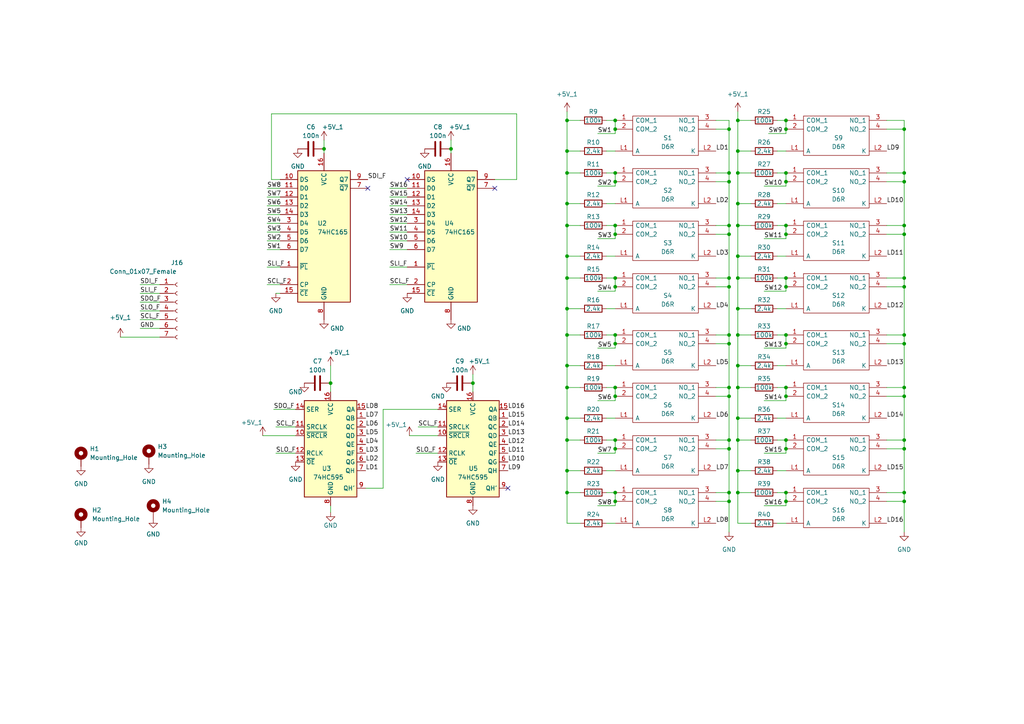
<source format=kicad_sch>
(kicad_sch (version 20211123) (generator eeschema)
  (paper "A4")
  (lib_symbols
    (symbol "74xx:74HC165"
      (property "Reference" "U" (at -7.62 19.05 0))
      (property "Value" "74HC165" (at -7.62 -21.59 0))
      (symbol "74HC165_1_0"
        (pin input line (at -12.7 -10.16 0) (length 5.08) (name "~{PL}") (number "1"))
        (pin input line (at -12.7 15.24 0) (length 5.08) (name "DS") (number "10"))
        (pin input line (at -12.7 12.7 0) (length 5.08) (name "D0") (number "11"))
        (pin input line (at -12.7 10.16 0) (length 5.08) (name "D1") (number "12"))
        (pin input line (at -12.7 7.62 0) (length 5.08) (name "D2") (number "13"))
        (pin input line (at -12.7 5.08 0) (length 5.08) (name "D3") (number "14"))
        (pin input line (at -12.7 -17.78 0) (length 5.08) (name "~{CE}") (number "15"))
        (pin power_in line (at 0 22.86 270) (length 5.08) (name "VCC") (number "16"))
        (pin input line (at -12.7 -15.24 0) (length 5.08) (name "CP") (number "2"))
        (pin input line (at -12.7 2.54 0) (length 5.08) (name "D4") (number "3"))
        (pin input line (at -12.7 0 0) (length 5.08) (name "D5") (number "4"))
        (pin input line (at -12.7 -2.54 0) (length 5.08) (name "D6") (number "5"))
        (pin input line (at -12.7 -5.08 0) (length 5.08) (name "D7") (number "6"))
        (pin output line (at 12.7 12.7 180) (length 5.08) (name "~{Q7}") (number "7"))
        (pin power_in line (at 0 -25.4 90) (length 5.08) (name "GND") (number "8"))
        (pin output line (at 12.7 15.24 180) (length 5.08) (name "Q7") (number "9"))
      )
    )
    (symbol "74xx:74HC595"
      (property "Reference" "U" (at -7.62 13.97 0))
      (property "Value" "74HC595" (at -7.62 -16.51 0))
      (symbol "74HC595_1_0"
        (pin tri_state line (at 10.16 7.62 180) (length 2.54) (name "QB") (number "1"))
        (pin input line (at -10.16 2.54 0) (length 2.54) (name "~{SRCLR}") (number "10"))
        (pin input line (at -10.16 5.08 0) (length 2.54) (name "SRCLK") (number "11"))
        (pin input line (at -10.16 -2.54 0) (length 2.54) (name "RCLK") (number "12"))
        (pin input line (at -10.16 -5.08 0) (length 2.54) (name "~{OE}") (number "13"))
        (pin input line (at -10.16 10.16 0) (length 2.54) (name "SER") (number "14"))
        (pin tri_state line (at 10.16 10.16 180) (length 2.54) (name "QA") (number "15"))
        (pin power_in line (at 0 15.24 270) (length 2.54) (name "VCC") (number "16"))
        (pin tri_state line (at 10.16 5.08 180) (length 2.54) (name "QC") (number "2"))
        (pin tri_state line (at 10.16 2.54 180) (length 2.54) (name "QD") (number "3"))
        (pin tri_state line (at 10.16 0 180) (length 2.54) (name "QE") (number "4"))
        (pin tri_state line (at 10.16 -2.54 180) (length 2.54) (name "QF") (number "5"))
        (pin tri_state line (at 10.16 -5.08 180) (length 2.54) (name "QG") (number "6"))
        (pin tri_state line (at 10.16 -7.62 180) (length 2.54) (name "QH") (number "7"))
        (pin power_in line (at 0 -17.78 90) (length 2.54) (name "GND") (number "8"))
        (pin output line (at 10.16 -12.7 180) (length 2.54) (name "QH'") (number "9"))
      )
    )
    (symbol "Connector:Conn_01x07_Female" (pin_names (offset 1.016) hide)
      (property "Reference" "J" (at 0 10.16 0))
      (property "Value" "Conn_01x07_Female" (at 0 -10.16 0))
      (symbol "Conn_01x07_Female_1_1"
        (pin passive line (at -5.08 7.62 0) (length 3.81) (name "Pin_1") (number "1"))
        (pin passive line (at -5.08 5.08 0) (length 3.81) (name "Pin_2") (number "2"))
        (pin passive line (at -5.08 2.54 0) (length 3.81) (name "Pin_3") (number "3"))
        (pin passive line (at -5.08 0 0) (length 3.81) (name "Pin_4") (number "4"))
        (pin passive line (at -5.08 -2.54 0) (length 3.81) (name "Pin_5") (number "5"))
        (pin passive line (at -5.08 -5.08 0) (length 3.81) (name "Pin_6") (number "6"))
        (pin passive line (at -5.08 -7.62 0) (length 3.81) (name "Pin_7") (number "7"))
      )
    )
    (symbol "Kosmo:Mounting_Hole" (pin_numbers hide) (pin_names (offset 1.016) hide)
      (property "Reference" "H" (at 0 6.35 0))
      (property "Value" "Mounting_Hole" (at 0 4.445 0))
      (symbol "Mounting_Hole_1_1"
        (pin input line (at 0 -2.54 90) (length 2.54) (name "1") (number "1"))
      )
    )
    (symbol "ao_symbols:+5V_1" (power) (pin_names (offset 0))
      (property "Value" "+5V_1" (at 0 3.556 0))
      (symbol "+5V_1_1_1"
        (pin power_in line (at 0 0 90) (length 0) hide (name "+5V_1") (number "1"))
      )
    )
    (symbol "ao_symbols:C" (pin_numbers hide) (pin_names (offset 0.254))
      (property "Reference" "C" (at 0.635 2.54 0))
      (property "Value" "C" (at 0.635 -2.54 0))
      (symbol "C_1_1"
        (pin passive line (at 0 3.81 270) (length 2.794) (name "~") (number "1"))
        (pin passive line (at 0 -3.81 90) (length 2.794) (name "~") (number "2"))
      )
    )
    (symbol "ao_symbols:D6R" (pin_names (offset 0.762))
      (property "Reference" "S" (at 13.97 6.35 0))
      (property "Value" "D6R" (at 12.7 3.81 0))
      (symbol "D6R_0_0"
        (pin passive line (at 0 11.43 0) (length 5.08) (name "COM_1") (number "1"))
        (pin passive line (at 0 8.89 0) (length 5.08) (name "COM_2") (number "2"))
        (pin passive line (at 29.21 11.43 180) (length 5.08) (name "NO_1") (number "3"))
        (pin passive line (at 29.21 8.89 180) (length 5.08) (name "NO_2") (number "4"))
        (pin passive line (at 0 2.54 0) (length 5.08) (name "A") (number "L1"))
        (pin passive line (at 29.21 2.54 180) (length 5.08) (name "K") (number "L2"))
      )
    )
    (symbol "ao_symbols:R" (pin_numbers hide) (pin_names (offset 0))
      (property "Reference" "R" (at 2.032 0 90))
      (property "Value" "R" (at 0 0 90))
      (symbol "R_1_1"
        (pin passive line (at 0 3.81 270) (length 1.27) (name "~") (number "1"))
        (pin passive line (at 0 -3.81 90) (length 1.27) (name "~") (number "2"))
      )
    )
    (symbol "power:GND" (power) (pin_names (offset 0))
      (property "Value" "GND" (at 0 -3.81 0))
      (symbol "GND_1_1"
        (pin power_in line (at 0 0 270) (length 0) hide (name "GND") (number "1"))
      )
    )
  )
  (junction (at 227.965 83.185))
  (junction (at 211.455 99.695))
  (junction (at 262.255 145.415))
  (junction (at 164.465 112.395))
  (junction (at 211.455 80.645))
  (junction (at 213.995 65.405))
  (junction (at 211.455 112.395))
  (junction (at 164.465 43.815))
  (junction (at 178.435 97.155))
  (junction (at 178.435 52.705))
  (junction (at 213.995 89.535))
  (junction (at 164.465 127.635))
  (junction (at 227.965 65.405))
  (junction (at 164.465 89.535))
  (junction (at 178.435 34.925))
  (junction (at 211.455 65.405))
  (junction (at 178.435 83.185))
  (junction (at 227.965 114.935))
  (junction (at 178.435 114.935))
  (junction (at 213.995 34.925))
  (junction (at 164.465 142.875))
  (junction (at 227.965 37.465))
  (junction (at 227.965 97.155))
  (junction (at 178.435 80.645))
  (junction (at 164.465 74.295))
  (junction (at 164.465 65.405))
  (junction (at 262.255 112.395))
  (junction (at 164.465 59.055))
  (junction (at 164.465 97.155))
  (junction (at 213.995 80.645))
  (junction (at 213.995 43.815))
  (junction (at 227.965 80.645))
  (junction (at 262.255 127.635))
  (junction (at 178.435 65.405))
  (junction (at 262.255 99.695))
  (junction (at 178.435 37.465))
  (junction (at 262.255 65.405))
  (junction (at 227.965 50.165))
  (junction (at 178.435 112.395))
  (junction (at 211.455 50.165))
  (junction (at 262.255 97.155))
  (junction (at 213.995 112.395))
  (junction (at 164.465 121.285))
  (junction (at 211.455 130.175))
  (junction (at 262.255 50.165))
  (junction (at 178.435 67.945))
  (junction (at 178.435 142.875))
  (junction (at 178.435 127.635))
  (junction (at 213.995 106.045))
  (junction (at 213.995 59.055))
  (junction (at 227.965 99.695))
  (junction (at 213.995 121.285))
  (junction (at 164.465 50.165))
  (junction (at 164.465 80.645))
  (junction (at 227.965 145.415))
  (junction (at 211.455 83.185))
  (junction (at 137.16 111.125))
  (junction (at 211.455 127.635))
  (junction (at 227.965 142.875))
  (junction (at 262.255 67.945))
  (junction (at 262.255 130.175))
  (junction (at 227.965 52.705))
  (junction (at 227.965 130.175))
  (junction (at 262.255 37.465))
  (junction (at 211.455 142.875))
  (junction (at 211.455 52.705))
  (junction (at 213.995 127.635))
  (junction (at 211.455 145.415))
  (junction (at 178.435 130.175))
  (junction (at 164.465 34.925))
  (junction (at 262.255 52.705))
  (junction (at 211.455 114.935))
  (junction (at 93.98 43.18))
  (junction (at 178.435 145.415))
  (junction (at 211.455 37.465))
  (junction (at 213.995 142.875))
  (junction (at 213.995 74.295))
  (junction (at 213.995 97.155))
  (junction (at 262.255 83.185))
  (junction (at 262.255 142.875))
  (junction (at 262.255 114.935))
  (junction (at 213.995 50.165))
  (junction (at 227.965 34.925))
  (junction (at 178.435 99.695))
  (junction (at 178.435 50.165))
  (junction (at 211.455 67.945))
  (junction (at 164.465 136.525))
  (junction (at 130.81 43.18))
  (junction (at 227.965 127.635))
  (junction (at 211.455 97.155))
  (junction (at 213.995 136.525))
  (junction (at 95.885 111.125))
  (junction (at 227.965 112.395))
  (junction (at 262.255 80.645))
  (junction (at 164.465 106.045))
  (junction (at 227.965 67.945))
  (no_connect (at 143.51 54.61))
  (no_connect (at 118.11 52.07))
  (no_connect (at 106.68 54.61))
  (no_connect (at 147.32 141.605))
  (wire (pts (xy 113.03 54.61) (xy 118.11 54.61)))
  (wire (pts (xy 257.175 127.635) (xy 262.255 127.635)))
  (wire (pts (xy 225.425 106.045) (xy 227.965 106.045)))
  (wire (pts (xy 213.995 112.395) (xy 217.805 112.395)))
  (wire (pts (xy 207.645 83.185) (xy 211.455 83.185)))
  (wire (pts (xy 225.425 74.295) (xy 227.965 74.295)))
  (wire (pts (xy 164.465 142.875) (xy 164.465 151.765)))
  (wire (pts (xy 113.03 67.31) (xy 118.11 67.31)))
  (wire (pts (xy 40.64 90.17) (xy 46.355 90.17)))
  (wire (pts (xy 227.965 127.635) (xy 227.965 130.175)))
  (wire (pts (xy 34.925 97.79) (xy 46.355 97.79)))
  (wire (pts (xy 211.455 130.175) (xy 211.455 127.635)))
  (wire (pts (xy 262.255 154.305) (xy 262.255 145.415)))
  (wire (pts (xy 213.995 74.295) (xy 213.995 80.645)))
  (wire (pts (xy 164.465 43.815) (xy 164.465 50.165)))
  (wire (pts (xy 227.965 112.395) (xy 227.965 114.935)))
  (wire (pts (xy 213.995 121.285) (xy 217.805 121.285)))
  (wire (pts (xy 120.65 131.445) (xy 127 131.445)))
  (wire (pts (xy 227.965 53.975) (xy 227.965 52.705)))
  (wire (pts (xy 221.615 100.965) (xy 227.965 100.965)))
  (wire (pts (xy 225.425 151.765) (xy 227.965 151.765)))
  (wire (pts (xy 175.895 121.285) (xy 178.435 121.285)))
  (wire (pts (xy 164.465 74.295) (xy 168.275 74.295)))
  (wire (pts (xy 40.64 95.25) (xy 46.355 95.25)))
  (wire (pts (xy 78.74 33.02) (xy 149.86 33.02)))
  (wire (pts (xy 178.435 84.455) (xy 178.435 83.185)))
  (wire (pts (xy 77.47 62.23) (xy 81.28 62.23)))
  (wire (pts (xy 164.465 50.165) (xy 164.465 59.055)))
  (wire (pts (xy 213.995 34.925) (xy 217.805 34.925)))
  (wire (pts (xy 213.995 142.875) (xy 217.805 142.875)))
  (wire (pts (xy 93.98 40.64) (xy 93.98 43.18)))
  (wire (pts (xy 178.435 112.395) (xy 178.435 114.935)))
  (wire (pts (xy 213.995 80.645) (xy 217.805 80.645)))
  (wire (pts (xy 213.995 74.295) (xy 217.805 74.295)))
  (wire (pts (xy 40.64 85.09) (xy 46.355 85.09)))
  (wire (pts (xy 178.435 34.925) (xy 178.435 37.465)))
  (wire (pts (xy 164.465 97.155) (xy 164.465 106.045)))
  (wire (pts (xy 178.435 53.975) (xy 178.435 52.705)))
  (wire (pts (xy 164.465 142.875) (xy 168.275 142.875)))
  (wire (pts (xy 77.47 59.69) (xy 81.28 59.69)))
  (wire (pts (xy 79.375 118.745) (xy 85.725 118.745)))
  (wire (pts (xy 173.355 131.445) (xy 178.435 131.445)))
  (wire (pts (xy 211.455 114.935) (xy 211.455 112.395)))
  (wire (pts (xy 225.425 34.925) (xy 227.965 34.925)))
  (wire (pts (xy 178.435 65.405) (xy 178.435 67.945)))
  (wire (pts (xy 164.465 112.395) (xy 168.275 112.395)))
  (wire (pts (xy 213.995 97.155) (xy 217.805 97.155)))
  (wire (pts (xy 175.895 34.925) (xy 178.435 34.925)))
  (wire (pts (xy 227.965 50.165) (xy 227.965 52.705)))
  (wire (pts (xy 164.465 127.635) (xy 168.275 127.635)))
  (wire (pts (xy 164.465 80.645) (xy 164.465 89.535)))
  (wire (pts (xy 257.175 142.875) (xy 262.255 142.875)))
  (wire (pts (xy 225.425 80.645) (xy 227.965 80.645)))
  (wire (pts (xy 227.965 131.445) (xy 227.965 130.175)))
  (wire (pts (xy 164.465 136.525) (xy 164.465 142.875)))
  (wire (pts (xy 225.425 142.875) (xy 227.965 142.875)))
  (wire (pts (xy 227.965 84.455) (xy 227.965 83.185)))
  (wire (pts (xy 211.455 145.415) (xy 211.455 142.875)))
  (wire (pts (xy 173.355 116.205) (xy 178.435 116.205)))
  (wire (pts (xy 207.645 80.645) (xy 211.455 80.645)))
  (wire (pts (xy 178.435 38.735) (xy 178.435 37.465)))
  (wire (pts (xy 211.455 83.185) (xy 211.455 80.645)))
  (wire (pts (xy 77.47 67.31) (xy 81.28 67.31)))
  (wire (pts (xy 213.995 97.155) (xy 213.995 106.045)))
  (wire (pts (xy 262.255 34.925) (xy 257.175 34.925)))
  (wire (pts (xy 113.03 69.85) (xy 118.11 69.85)))
  (wire (pts (xy 211.455 37.465) (xy 211.455 34.925)))
  (wire (pts (xy 118.745 126.365) (xy 127 126.365)))
  (wire (pts (xy 207.645 130.175) (xy 211.455 130.175)))
  (wire (pts (xy 225.425 43.815) (xy 227.965 43.815)))
  (wire (pts (xy 175.895 74.295) (xy 178.435 74.295)))
  (wire (pts (xy 175.895 97.155) (xy 178.435 97.155)))
  (wire (pts (xy 211.455 142.875) (xy 211.455 130.175)))
  (wire (pts (xy 211.455 80.645) (xy 211.455 67.945)))
  (wire (pts (xy 227.965 69.215) (xy 227.965 67.945)))
  (wire (pts (xy 164.465 43.815) (xy 168.275 43.815)))
  (wire (pts (xy 164.465 32.385) (xy 164.465 34.925)))
  (wire (pts (xy 164.465 89.535) (xy 164.465 97.155)))
  (wire (pts (xy 178.435 131.445) (xy 178.435 130.175)))
  (wire (pts (xy 225.425 112.395) (xy 227.965 112.395)))
  (wire (pts (xy 227.965 38.735) (xy 227.965 37.465)))
  (wire (pts (xy 78.74 52.07) (xy 78.74 33.02)))
  (wire (pts (xy 227.965 146.685) (xy 227.965 145.415)))
  (wire (pts (xy 227.965 80.645) (xy 227.965 83.185)))
  (wire (pts (xy 113.03 77.47) (xy 118.11 77.47)))
  (wire (pts (xy 225.425 121.285) (xy 227.965 121.285)))
  (wire (pts (xy 213.995 127.635) (xy 217.805 127.635)))
  (wire (pts (xy 221.615 146.685) (xy 227.965 146.685)))
  (wire (pts (xy 211.455 34.925) (xy 207.645 34.925)))
  (wire (pts (xy 227.965 100.965) (xy 227.965 99.695)))
  (wire (pts (xy 207.645 37.465) (xy 211.455 37.465)))
  (wire (pts (xy 130.81 43.18) (xy 130.81 44.45)))
  (wire (pts (xy 168.275 106.045) (xy 164.465 106.045)))
  (wire (pts (xy 262.255 97.155) (xy 262.255 83.185)))
  (wire (pts (xy 213.995 43.815) (xy 213.995 50.165)))
  (wire (pts (xy 225.425 136.525) (xy 227.965 136.525)))
  (wire (pts (xy 227.965 116.205) (xy 227.965 114.935)))
  (wire (pts (xy 207.645 99.695) (xy 211.455 99.695)))
  (wire (pts (xy 173.355 146.685) (xy 178.435 146.685)))
  (wire (pts (xy 77.47 77.47) (xy 81.28 77.47)))
  (wire (pts (xy 164.465 59.055) (xy 168.275 59.055)))
  (wire (pts (xy 213.995 136.525) (xy 213.995 142.875)))
  (wire (pts (xy 80.01 85.09) (xy 81.28 85.09)))
  (wire (pts (xy 137.16 108.585) (xy 137.16 111.125)))
  (wire (pts (xy 213.995 34.925) (xy 213.995 43.815)))
  (wire (pts (xy 76.2 126.365) (xy 85.725 126.365)))
  (wire (pts (xy 164.465 89.535) (xy 168.275 89.535)))
  (wire (pts (xy 207.645 65.405) (xy 211.455 65.405)))
  (wire (pts (xy 175.895 127.635) (xy 178.435 127.635)))
  (wire (pts (xy 113.03 72.39) (xy 118.11 72.39)))
  (wire (pts (xy 207.645 142.875) (xy 211.455 142.875)))
  (wire (pts (xy 173.355 38.735) (xy 178.435 38.735)))
  (wire (pts (xy 175.895 136.525) (xy 178.435 136.525)))
  (wire (pts (xy 225.425 50.165) (xy 227.965 50.165)))
  (wire (pts (xy 164.465 80.645) (xy 168.275 80.645)))
  (wire (pts (xy 164.465 65.405) (xy 164.465 74.295)))
  (wire (pts (xy 227.965 97.155) (xy 227.965 99.695)))
  (wire (pts (xy 257.175 145.415) (xy 262.255 145.415)))
  (wire (pts (xy 225.425 97.155) (xy 227.965 97.155)))
  (wire (pts (xy 225.425 59.055) (xy 227.965 59.055)))
  (wire (pts (xy 77.47 82.55) (xy 81.28 82.55)))
  (wire (pts (xy 164.465 34.925) (xy 168.275 34.925)))
  (wire (pts (xy 257.175 65.405) (xy 262.255 65.405)))
  (wire (pts (xy 257.175 112.395) (xy 262.255 112.395)))
  (wire (pts (xy 213.995 65.405) (xy 213.995 74.295)))
  (wire (pts (xy 213.995 59.055) (xy 217.805 59.055)))
  (wire (pts (xy 221.615 131.445) (xy 227.965 131.445)))
  (wire (pts (xy 173.355 53.975) (xy 178.435 53.975)))
  (wire (pts (xy 178.435 116.205) (xy 178.435 114.935)))
  (wire (pts (xy 213.995 89.535) (xy 217.805 89.535)))
  (wire (pts (xy 262.255 142.875) (xy 262.255 130.175)))
  (wire (pts (xy 178.435 80.645) (xy 178.435 83.185)))
  (wire (pts (xy 262.255 127.635) (xy 262.255 114.935)))
  (wire (pts (xy 77.47 72.39) (xy 81.28 72.39)))
  (wire (pts (xy 262.255 112.395) (xy 262.255 99.695)))
  (wire (pts (xy 113.03 82.55) (xy 118.11 82.55)))
  (wire (pts (xy 217.805 106.045) (xy 213.995 106.045)))
  (wire (pts (xy 93.98 43.18) (xy 93.98 44.45)))
  (wire (pts (xy 80.01 131.445) (xy 85.725 131.445)))
  (wire (pts (xy 257.175 37.465) (xy 262.255 37.465)))
  (wire (pts (xy 113.03 62.23) (xy 118.11 62.23)))
  (wire (pts (xy 149.86 33.02) (xy 149.86 52.07)))
  (wire (pts (xy 257.175 99.695) (xy 262.255 99.695)))
  (wire (pts (xy 211.455 97.155) (xy 211.455 83.185)))
  (wire (pts (xy 40.64 92.71) (xy 46.355 92.71)))
  (wire (pts (xy 207.645 52.705) (xy 211.455 52.705)))
  (wire (pts (xy 221.615 84.455) (xy 227.965 84.455)))
  (wire (pts (xy 211.455 52.705) (xy 211.455 50.165)))
  (wire (pts (xy 262.255 99.695) (xy 262.255 97.155)))
  (wire (pts (xy 40.64 82.55) (xy 46.355 82.55)))
  (wire (pts (xy 222.885 38.735) (xy 227.965 38.735)))
  (wire (pts (xy 164.465 121.285) (xy 168.275 121.285)))
  (wire (pts (xy 211.455 154.305) (xy 211.455 145.415)))
  (wire (pts (xy 213.995 65.405) (xy 217.805 65.405)))
  (wire (pts (xy 175.895 80.645) (xy 178.435 80.645)))
  (wire (pts (xy 164.465 34.925) (xy 164.465 43.815)))
  (wire (pts (xy 213.995 136.525) (xy 217.805 136.525)))
  (wire (pts (xy 77.47 54.61) (xy 81.28 54.61)))
  (wire (pts (xy 262.255 145.415) (xy 262.255 142.875)))
  (wire (pts (xy 262.255 130.175) (xy 262.255 127.635)))
  (wire (pts (xy 164.465 136.525) (xy 168.275 136.525)))
  (wire (pts (xy 257.175 83.185) (xy 262.255 83.185)))
  (wire (pts (xy 211.455 67.945) (xy 211.455 65.405)))
  (wire (pts (xy 80.01 123.825) (xy 85.725 123.825)))
  (wire (pts (xy 213.995 151.765) (xy 217.805 151.765)))
  (wire (pts (xy 175.895 65.405) (xy 178.435 65.405)))
  (wire (pts (xy 175.895 50.165) (xy 178.435 50.165)))
  (wire (pts (xy 257.175 97.155) (xy 262.255 97.155)))
  (wire (pts (xy 178.435 127.635) (xy 178.435 130.175)))
  (wire (pts (xy 77.47 69.85) (xy 81.28 69.85)))
  (wire (pts (xy 213.995 112.395) (xy 213.995 121.285)))
  (wire (pts (xy 175.895 59.055) (xy 178.435 59.055)))
  (wire (pts (xy 257.175 114.935) (xy 262.255 114.935)))
  (wire (pts (xy 164.465 121.285) (xy 164.465 127.635)))
  (wire (pts (xy 207.645 114.935) (xy 211.455 114.935)))
  (wire (pts (xy 95.885 148.59) (xy 95.885 146.685)))
  (wire (pts (xy 213.995 80.645) (xy 213.995 89.535)))
  (wire (pts (xy 257.175 50.165) (xy 262.255 50.165)))
  (wire (pts (xy 221.615 116.205) (xy 227.965 116.205)))
  (wire (pts (xy 178.435 97.155) (xy 178.435 99.695)))
  (wire (pts (xy 175.895 151.765) (xy 178.435 151.765)))
  (wire (pts (xy 81.28 52.07) (xy 78.74 52.07)))
  (wire (pts (xy 175.895 89.535) (xy 178.435 89.535)))
  (wire (pts (xy 211.455 127.635) (xy 211.455 114.935)))
  (wire (pts (xy 227.965 65.405) (xy 227.965 67.945)))
  (wire (pts (xy 221.615 53.975) (xy 227.965 53.975)))
  (wire (pts (xy 213.995 89.535) (xy 213.995 97.155)))
  (wire (pts (xy 213.995 32.385) (xy 213.995 34.925)))
  (wire (pts (xy 175.895 112.395) (xy 178.435 112.395)))
  (wire (pts (xy 257.175 130.175) (xy 262.255 130.175)))
  (wire (pts (xy 262.255 65.405) (xy 262.255 52.705)))
  (wire (pts (xy 95.885 111.125) (xy 95.885 113.665)))
  (wire (pts (xy 262.255 114.935) (xy 262.255 112.395)))
  (wire (pts (xy 262.255 83.185) (xy 262.255 80.645)))
  (wire (pts (xy 121.285 123.825) (xy 127 123.825)))
  (wire (pts (xy 221.615 69.215) (xy 227.965 69.215)))
  (wire (pts (xy 225.425 65.405) (xy 227.965 65.405)))
  (wire (pts (xy 178.435 142.875) (xy 178.435 145.415)))
  (wire (pts (xy 213.995 142.875) (xy 213.995 151.765)))
  (wire (pts (xy 225.425 89.535) (xy 227.965 89.535)))
  (wire (pts (xy 113.03 64.77) (xy 118.11 64.77)))
  (wire (pts (xy 207.645 127.635) (xy 211.455 127.635)))
  (wire (pts (xy 149.86 52.07) (xy 143.51 52.07)))
  (wire (pts (xy 175.895 106.045) (xy 178.435 106.045)))
  (wire (pts (xy 175.895 142.875) (xy 178.435 142.875)))
  (wire (pts (xy 257.175 80.645) (xy 262.255 80.645)))
  (wire (pts (xy 164.465 97.155) (xy 168.275 97.155)))
  (wire (pts (xy 127 118.745) (xy 111.125 118.745)))
  (wire (pts (xy 207.645 67.945) (xy 211.455 67.945)))
  (wire (pts (xy 262.255 80.645) (xy 262.255 67.945)))
  (wire (pts (xy 207.645 145.415) (xy 211.455 145.415)))
  (wire (pts (xy 207.645 97.155) (xy 211.455 97.155)))
  (wire (pts (xy 211.455 99.695) (xy 211.455 97.155)))
  (wire (pts (xy 227.965 34.925) (xy 227.965 37.465)))
  (wire (pts (xy 178.435 100.965) (xy 178.435 99.695)))
  (wire (pts (xy 262.255 50.165) (xy 262.255 37.465)))
  (wire (pts (xy 207.645 112.395) (xy 211.455 112.395)))
  (wire (pts (xy 213.995 121.285) (xy 213.995 127.635)))
  (wire (pts (xy 173.355 84.455) (xy 178.435 84.455)))
  (wire (pts (xy 95.885 106.045) (xy 95.885 111.125)))
  (wire (pts (xy 175.895 43.815) (xy 178.435 43.815)))
  (wire (pts (xy 213.995 106.045) (xy 213.995 112.395)))
  (wire (pts (xy 164.465 151.765) (xy 168.275 151.765)))
  (wire (pts (xy 262.255 52.705) (xy 262.255 50.165)))
  (wire (pts (xy 178.435 50.165) (xy 178.435 52.705)))
  (wire (pts (xy 164.465 127.635) (xy 164.465 136.525)))
  (wire (pts (xy 164.465 74.295) (xy 164.465 80.645)))
  (wire (pts (xy 173.355 100.965) (xy 178.435 100.965)))
  (wire (pts (xy 178.435 69.215) (xy 178.435 67.945)))
  (wire (pts (xy 262.255 67.945) (xy 262.255 65.405)))
  (wire (pts (xy 111.125 118.745) (xy 111.125 141.605)))
  (wire (pts (xy 113.03 59.69) (xy 118.11 59.69)))
  (wire (pts (xy 213.995 127.635) (xy 213.995 136.525)))
  (wire (pts (xy 164.465 112.395) (xy 164.465 121.285)))
  (wire (pts (xy 130.81 40.64) (xy 130.81 43.18)))
  (wire (pts (xy 213.995 59.055) (xy 213.995 65.405)))
  (wire (pts (xy 257.175 67.945) (xy 262.255 67.945)))
  (wire (pts (xy 113.03 57.15) (xy 118.11 57.15)))
  (wire (pts (xy 225.425 127.635) (xy 227.965 127.635)))
  (wire (pts (xy 213.995 43.815) (xy 217.805 43.815)))
  (wire (pts (xy 211.455 50.165) (xy 211.455 37.465)))
  (wire (pts (xy 211.455 65.405) (xy 211.455 52.705)))
  (wire (pts (xy 164.465 59.055) (xy 164.465 65.405)))
  (wire (pts (xy 164.465 50.165) (xy 168.275 50.165)))
  (wire (pts (xy 178.435 146.685) (xy 178.435 145.415)))
  (wire (pts (xy 137.16 111.125) (xy 137.16 113.665)))
  (wire (pts (xy 164.465 65.405) (xy 168.275 65.405)))
  (wire (pts (xy 77.47 57.15) (xy 81.28 57.15)))
  (wire (pts (xy 173.355 69.215) (xy 178.435 69.215)))
  (wire (pts (xy 211.455 112.395) (xy 211.455 99.695)))
  (wire (pts (xy 106.045 141.605) (xy 111.125 141.605)))
  (wire (pts (xy 262.255 37.465) (xy 262.255 34.925)))
  (wire (pts (xy 207.645 50.165) (xy 211.455 50.165)))
  (wire (pts (xy 40.64 87.63) (xy 46.355 87.63)))
  (wire (pts (xy 164.465 106.045) (xy 164.465 112.395)))
  (wire (pts (xy 257.175 52.705) (xy 262.255 52.705)))
  (wire (pts (xy 227.965 142.875) (xy 227.965 145.415)))
  (wire (pts (xy 213.995 50.165) (xy 213.995 59.055)))
  (wire (pts (xy 77.47 64.77) (xy 81.28 64.77)))
  (wire (pts (xy 213.995 50.165) (xy 217.805 50.165)))
  (label "SLI_F" (at 40.64 85.09 0))
  (label "SLI_F" (at 113.03 77.47 0))
  (label "LD3" (at 106.045 131.445 0))
  (label "LD2" (at 106.045 133.985 0))
  (label "SW2" (at 173.355 53.975 0))
  (label "LD1" (at 207.645 43.815 0))
  (label "LD8" (at 106.045 118.745 0))
  (label "SW7" (at 77.47 57.15 0))
  (label "SW5" (at 77.47 62.23 0))
  (label "LD1" (at 106.045 136.525 0))
  (label "SDO_F" (at 40.64 87.63 0))
  (label "LD4" (at 106.045 128.905 0))
  (label "SW15" (at 221.615 131.445 0))
  (label "GND" (at 40.64 95.25 0))
  (label "SCL_F" (at 80.01 123.825 0))
  (label "LD9" (at 147.32 136.525 0))
  (label "LD6" (at 207.645 121.285 0))
  (label "LD3" (at 207.645 74.295 0))
  (label "LD15" (at 147.32 121.285 0))
  (label "SW12" (at 113.03 64.77 0))
  (label "LD2" (at 207.645 59.055 0))
  (label "SW16" (at 221.615 146.685 0))
  (label "SW10" (at 113.03 69.85 0))
  (label "SW8" (at 77.47 54.61 0))
  (label "LD16" (at 257.175 151.765 0))
  (label "LD15" (at 257.175 136.525 0))
  (label "SW10" (at 221.615 53.975 0))
  (label "SCL_F" (at 113.03 82.55 0))
  (label "SW3" (at 173.355 69.215 0))
  (label "SW4" (at 173.355 84.455 0))
  (label "LD7" (at 106.045 121.285 0))
  (label "SLO_F" (at 120.65 131.445 0))
  (label "LD11" (at 147.32 131.445 0))
  (label "SW15" (at 113.03 57.15 0))
  (label "LD14" (at 257.175 121.285 0))
  (label "SW9" (at 222.885 38.735 0))
  (label "SW11" (at 221.615 69.215 0))
  (label "LD5" (at 207.645 106.045 0))
  (label "SW5" (at 173.355 100.965 0))
  (label "LD10" (at 147.32 133.985 0))
  (label "LD13" (at 147.32 126.365 0))
  (label "SW12" (at 221.615 84.455 0))
  (label "SW13" (at 113.03 62.23 0))
  (label "LD7" (at 207.645 136.525 0))
  (label "LD12" (at 257.175 89.535 0))
  (label "LD6" (at 106.045 123.825 0))
  (label "SDO_F" (at 79.375 118.745 0))
  (label "SW1" (at 77.47 72.39 0))
  (label "SW1" (at 173.355 38.735 0))
  (label "SDI_F" (at 40.64 82.55 0))
  (label "SW6" (at 173.355 116.205 0))
  (label "SW11" (at 113.03 67.31 0))
  (label "SW16" (at 113.03 54.61 0))
  (label "SW14" (at 221.615 116.205 0))
  (label "SW4" (at 77.47 64.77 0))
  (label "SDI_F" (at 106.68 52.07 0))
  (label "SW9" (at 113.03 72.39 0))
  (label "SLO_F" (at 40.64 90.17 0))
  (label "SW7" (at 173.355 131.445 0))
  (label "SW13" (at 221.615 100.965 0))
  (label "SW3" (at 77.47 67.31 0))
  (label "LD4" (at 207.645 89.535 0))
  (label "LD11" (at 257.175 74.295 0))
  (label "SCL_F" (at 121.285 123.825 0))
  (label "LD13" (at 257.175 106.045 0))
  (label "LD12" (at 147.32 128.905 0))
  (label "SW8" (at 173.355 146.685 0))
  (label "SW2" (at 77.47 69.85 0))
  (label "SLO_F" (at 80.01 131.445 0))
  (label "LD10" (at 257.175 59.055 0))
  (label "SLI_F" (at 77.47 77.47 0))
  (label "SCL_F" (at 40.64 92.71 0))
  (label "LD9" (at 257.175 43.815 0))
  (label "LD5" (at 106.045 126.365 0))
  (label "LD16" (at 147.32 118.745 0))
  (label "SCL_F" (at 77.47 82.55 0))
  (label "LD14" (at 147.32 123.825 0))
  (label "LD8" (at 207.645 151.765 0))
  (label "SW14" (at 113.03 59.69 0))
  (label "SW6" (at 77.47 59.69 0))
  (symbol (lib_id "ao_symbols:D6R") (at 178.435 61.595 0) (unit 1)
    (property "Reference" "S2" (at 193.675 55.245 0))
    (property "Value" "D6R" (at 193.675 57.785 0))
    (property "Footprint" "ao_tht:D6R" (effects hide))
    (property "Datasheet" "https://assets.alliedelec.com/v1602325391/Datasheets/ab45f81cae5f142cfc7030fd0f594e31.pdf" (effects hide))
    (property "Description" "SPST Momentary Key Switches" (effects hide))
    (property "Height" "14.3" (effects hide))
    (property "Manufacturer_Name" "C & K COMPONENTS" (effects hide))
    (property "Manufacturer_Part_Number" "D6RLGNF1+LFS" (effects hide))
  )
  (symbol (lib_id "ao_symbols:C") (at 133.35 111.125 90) (unit 1)
    (property "Reference" "C9" (at 133.35 104.775 90))
    (property "Value" "100n" (at 133.35 107.315 90))
    (property "Footprint" "ao_tht:C_Rect_L7.2mm_W2.5mm_P5.00mm_FKS2_FKP2_MKS2_MKP2" (effects hide))
    (property "Vendor" "Tayda" (effects hide))
  )
  (symbol (lib_id "ao_symbols:R") (at 221.615 151.765 90) (unit 1)
    (property "Reference" "R40" (at 221.615 149.225 90))
    (property "Value" "2.4k" (at 221.615 151.765 90))
    (property "Footprint" "ao_tht:R_Axial_DIN0207_L6.3mm_D2.5mm_P10.16mm_Horizontal" (effects hide))
    (property "Vendor" "Tayda" (effects hide))
  )
  (symbol (lib_id "ao_symbols:R") (at 172.085 43.815 90) (unit 1)
    (property "Reference" "R10" (at 172.085 41.275 90))
    (property "Value" "2.4k" (at 172.085 43.815 90))
    (property "Footprint" "ao_tht:R_Axial_DIN0207_L6.3mm_D2.5mm_P10.16mm_Horizontal" (effects hide))
    (property "Vendor" "Tayda" (effects hide))
  )
  (symbol (lib_id "74xx:74HC165") (at 93.98 67.31 0) (unit 1)
    (property "Reference" "U2" (at 92.075 64.77 0) (effects (justify left)))
    (property "Value" "74HC165" (at 92.075 67.31 0) (effects (justify left)))
    (property "Footprint" "ao_tht:DIP-16_W7.62mm_Socket_LongPads" (effects hide))
    (property "Datasheet" "https://assets.nexperia.com/documents/data-sheet/74HC_HCT165.pdf" (effects hide))
  )
  (symbol (lib_id "power:GND") (at 80.01 85.09 0) (unit 1)
    (property "Reference" "#PWR0113" (effects hide))
    (property "Value" "GND" (at 80.01 90.17 0))
  )
  (symbol (lib_id "ao_symbols:R") (at 221.615 74.295 90) (unit 1)
    (property "Reference" "R30" (at 221.615 71.755 90))
    (property "Value" "2.4k" (at 221.615 74.295 90))
    (property "Footprint" "ao_tht:R_Axial_DIN0207_L6.3mm_D2.5mm_P10.16mm_Horizontal" (effects hide))
    (property "Vendor" "Tayda" (effects hide))
  )
  (symbol (lib_id "ao_symbols:R") (at 172.085 112.395 90) (unit 1)
    (property "Reference" "R19" (at 172.085 109.855 90))
    (property "Value" "100k" (at 172.085 112.395 90))
    (property "Footprint" "ao_tht:R_Axial_DIN0207_L6.3mm_D2.5mm_P10.16mm_Horizontal" (effects hide))
    (property "Vendor" "Tayda" (effects hide))
  )
  (symbol (lib_id "ao_symbols:R") (at 172.085 80.645 90) (unit 1)
    (property "Reference" "R15" (at 172.085 78.105 90))
    (property "Value" "100k" (at 172.085 80.645 90))
    (property "Footprint" "ao_tht:R_Axial_DIN0207_L6.3mm_D2.5mm_P10.16mm_Horizontal" (effects hide))
    (property "Vendor" "Tayda" (effects hide))
  )
  (symbol (lib_id "ao_symbols:D6R") (at 178.435 92.075 0) (unit 1)
    (property "Reference" "S4" (at 193.675 85.725 0))
    (property "Value" "D6R" (at 193.675 88.265 0))
    (property "Footprint" "ao_tht:D6R" (effects hide))
    (property "Datasheet" "https://assets.alliedelec.com/v1602325391/Datasheets/ab45f81cae5f142cfc7030fd0f594e31.pdf" (effects hide))
    (property "Description" "SPST Momentary Key Switches" (effects hide))
    (property "Height" "14.3" (effects hide))
    (property "Manufacturer_Name" "C & K COMPONENTS" (effects hide))
    (property "Manufacturer_Part_Number" "D6RLGNF1+LFS" (effects hide))
  )
  (symbol (lib_id "ao_symbols:D6R") (at 227.965 154.305 0) (unit 1)
    (property "Reference" "S16" (at 243.205 147.955 0))
    (property "Value" "D6R" (at 243.205 150.495 0))
    (property "Footprint" "ao_tht:D6R" (effects hide))
    (property "Datasheet" "https://assets.alliedelec.com/v1602325391/Datasheets/ab45f81cae5f142cfc7030fd0f594e31.pdf" (effects hide))
    (property "Description" "SPST Momentary Key Switches" (effects hide))
    (property "Height" "14.3" (effects hide))
    (property "Manufacturer_Name" "C & K COMPONENTS" (effects hide))
    (property "Manufacturer_Part_Number" "D6RLGNF1+LFS" (effects hide))
  )
  (symbol (lib_id "ao_symbols:R") (at 172.085 97.155 90) (unit 1)
    (property "Reference" "R17" (at 172.085 94.615 90))
    (property "Value" "100k" (at 172.085 97.155 90))
    (property "Footprint" "ao_tht:R_Axial_DIN0207_L6.3mm_D2.5mm_P10.16mm_Horizontal" (effects hide))
    (property "Vendor" "Tayda" (effects hide))
  )
  (symbol (lib_id "Kosmo:Mounting_Hole") (at 23.495 132.715 0) (unit 1)
    (property "Reference" "H1" (at 26.035 130.1749 0) (effects (justify left)))
    (property "Value" "Mounting_Hole" (at 26.035 132.7149 0) (effects (justify left)))
    (property "Footprint" "Kosmo_panel:Kosmo_Panel_Mounting_Hole" (effects hide))
  )
  (symbol (lib_id "power:GND") (at 23.495 153.035 0) (unit 1)
    (property "Reference" "#PWR02" (effects hide))
    (property "Value" "GND" (at 23.495 157.48 0))
  )
  (symbol (lib_id "ao_symbols:D6R") (at 178.435 123.825 0) (unit 1)
    (property "Reference" "S6" (at 193.675 117.475 0))
    (property "Value" "D6R" (at 193.675 120.015 0))
    (property "Footprint" "ao_tht:D6R" (effects hide))
    (property "Datasheet" "https://assets.alliedelec.com/v1602325391/Datasheets/ab45f81cae5f142cfc7030fd0f594e31.pdf" (effects hide))
    (property "Description" "SPST Momentary Key Switches" (effects hide))
    (property "Height" "14.3" (effects hide))
    (property "Manufacturer_Name" "C & K COMPONENTS" (effects hide))
    (property "Manufacturer_Part_Number" "D6RLGNF1+LFS" (effects hide))
  )
  (symbol (lib_id "power:GND") (at 85.725 133.985 0) (unit 1)
    (property "Reference" "#PWR0122" (effects hide))
    (property "Value" "GND" (at 85.725 139.065 0))
  )
  (symbol (lib_id "ao_symbols:R") (at 221.615 142.875 90) (unit 1)
    (property "Reference" "R39" (at 221.615 140.335 90))
    (property "Value" "100k" (at 221.615 142.875 90))
    (property "Footprint" "ao_tht:R_Axial_DIN0207_L6.3mm_D2.5mm_P10.16mm_Horizontal" (effects hide))
    (property "Vendor" "Tayda" (effects hide))
  )
  (symbol (lib_id "ao_symbols:R") (at 221.615 112.395 90) (unit 1)
    (property "Reference" "R35" (at 221.615 109.855 90))
    (property "Value" "100k" (at 221.615 112.395 90))
    (property "Footprint" "ao_tht:R_Axial_DIN0207_L6.3mm_D2.5mm_P10.16mm_Horizontal" (effects hide))
    (property "Vendor" "Tayda" (effects hide))
  )
  (symbol (lib_id "ao_symbols:D6R") (at 227.965 139.065 0) (unit 1)
    (property "Reference" "S15" (at 243.205 132.715 0))
    (property "Value" "D6R" (at 243.205 135.255 0))
    (property "Footprint" "ao_tht:D6R" (effects hide))
    (property "Datasheet" "https://assets.alliedelec.com/v1602325391/Datasheets/ab45f81cae5f142cfc7030fd0f594e31.pdf" (effects hide))
    (property "Description" "SPST Momentary Key Switches" (effects hide))
    (property "Height" "14.3" (effects hide))
    (property "Manufacturer_Name" "C & K COMPONENTS" (effects hide))
    (property "Manufacturer_Part_Number" "D6RLGNF1+LFS" (effects hide))
  )
  (symbol (lib_id "ao_symbols:D6R") (at 227.965 76.835 0) (unit 1)
    (property "Reference" "S11" (at 243.205 70.485 0))
    (property "Value" "D6R" (at 243.205 73.025 0))
    (property "Footprint" "ao_tht:D6R" (effects hide))
    (property "Datasheet" "https://assets.alliedelec.com/v1602325391/Datasheets/ab45f81cae5f142cfc7030fd0f594e31.pdf" (effects hide))
    (property "Description" "SPST Momentary Key Switches" (effects hide))
    (property "Height" "14.3" (effects hide))
    (property "Manufacturer_Name" "C & K COMPONENTS" (effects hide))
    (property "Manufacturer_Part_Number" "D6RLGNF1+LFS" (effects hide))
  )
  (symbol (lib_id "ao_symbols:R") (at 172.085 142.875 90) (unit 1)
    (property "Reference" "R23" (at 172.085 140.335 90))
    (property "Value" "100k" (at 172.085 142.875 90))
    (property "Footprint" "ao_tht:R_Axial_DIN0207_L6.3mm_D2.5mm_P10.16mm_Horizontal" (effects hide))
    (property "Vendor" "Tayda" (effects hide))
  )
  (symbol (lib_id "ao_symbols:D6R") (at 178.435 139.065 0) (unit 1)
    (property "Reference" "S7" (at 193.675 132.715 0))
    (property "Value" "D6R" (at 193.675 135.255 0))
    (property "Footprint" "ao_tht:D6R" (effects hide))
    (property "Datasheet" "https://assets.alliedelec.com/v1602325391/Datasheets/ab45f81cae5f142cfc7030fd0f594e31.pdf" (effects hide))
    (property "Description" "SPST Momentary Key Switches" (effects hide))
    (property "Height" "14.3" (effects hide))
    (property "Manufacturer_Name" "C & K COMPONENTS" (effects hide))
    (property "Manufacturer_Part_Number" "D6RLGNF1+LFS" (effects hide))
  )
  (symbol (lib_id "ao_symbols:R") (at 172.085 106.045 90) (unit 1)
    (property "Reference" "R18" (at 172.085 103.505 90))
    (property "Value" "2.4k" (at 172.085 106.045 90))
    (property "Footprint" "ao_tht:R_Axial_DIN0207_L6.3mm_D2.5mm_P10.16mm_Horizontal" (effects hide))
    (property "Vendor" "Tayda" (effects hide))
  )
  (symbol (lib_id "ao_symbols:R") (at 172.085 65.405 90) (unit 1)
    (property "Reference" "R13" (at 172.085 62.865 90))
    (property "Value" "100k" (at 172.085 65.405 90))
    (property "Footprint" "ao_tht:R_Axial_DIN0207_L6.3mm_D2.5mm_P10.16mm_Horizontal" (effects hide))
    (property "Vendor" "Tayda" (effects hide))
  )
  (symbol (lib_id "ao_symbols:R") (at 221.615 89.535 90) (unit 1)
    (property "Reference" "R32" (at 221.615 86.995 90))
    (property "Value" "2.4k" (at 221.615 89.535 90))
    (property "Footprint" "ao_tht:R_Axial_DIN0207_L6.3mm_D2.5mm_P10.16mm_Horizontal" (effects hide))
    (property "Vendor" "Tayda" (effects hide))
  )
  (symbol (lib_id "power:GND") (at 129.54 111.125 0) (unit 1)
    (property "Reference" "#PWR0117" (effects hide))
    (property "Value" "GND" (at 127 114.935 0))
  )
  (symbol (lib_id "ao_symbols:+5V_1") (at 130.81 40.64 0) (unit 1)
    (property "Reference" "#PWR0111" (effects hide))
    (property "Value" "+5V_1" (at 133.35 36.83 0))
  )
  (symbol (lib_id "power:GND") (at 93.98 92.71 0) (unit 1)
    (property "Reference" "#PWR0112" (effects hide))
    (property "Value" "GND" (at 97.79 95.25 0))
  )
  (symbol (lib_id "ao_symbols:R") (at 221.615 34.925 90) (unit 1)
    (property "Reference" "R25" (at 221.615 32.385 90))
    (property "Value" "100k" (at 221.615 34.925 90))
    (property "Footprint" "ao_tht:R_Axial_DIN0207_L6.3mm_D2.5mm_P10.16mm_Horizontal" (effects hide))
    (property "Vendor" "Tayda" (effects hide))
  )
  (symbol (lib_id "ao_symbols:D6R") (at 227.965 108.585 0) (unit 1)
    (property "Reference" "S13" (at 243.205 102.235 0))
    (property "Value" "D6R" (at 243.205 104.775 0))
    (property "Footprint" "ao_tht:D6R" (effects hide))
    (property "Datasheet" "https://assets.alliedelec.com/v1602325391/Datasheets/ab45f81cae5f142cfc7030fd0f594e31.pdf" (effects hide))
    (property "Description" "SPST Momentary Key Switches" (effects hide))
    (property "Height" "14.3" (effects hide))
    (property "Manufacturer_Name" "C & K COMPONENTS" (effects hide))
    (property "Manufacturer_Part_Number" "D6RLGNF1+LFS" (effects hide))
  )
  (symbol (lib_id "ao_symbols:C") (at 92.075 111.125 90) (unit 1)
    (property "Reference" "C7" (at 92.075 104.775 90))
    (property "Value" "100n" (at 92.075 107.315 90))
    (property "Footprint" "ao_tht:C_Rect_L7.2mm_W2.5mm_P5.00mm_FKS2_FKP2_MKS2_MKP2" (effects hide))
    (property "Vendor" "Tayda" (effects hide))
  )
  (symbol (lib_id "Kosmo:Mounting_Hole") (at 23.495 150.495 0) (unit 1)
    (property "Reference" "H2" (at 26.67 147.9549 0) (effects (justify left)))
    (property "Value" "Mounting_Hole" (at 26.67 150.4949 0) (effects (justify left)))
    (property "Footprint" "Kosmo_panel:Kosmo_Panel_Mounting_Hole" (effects hide))
  )
  (symbol (lib_id "Kosmo:Mounting_Hole") (at 44.45 147.955 0) (unit 1)
    (property "Reference" "H4" (at 46.99 145.4149 0) (effects (justify left)))
    (property "Value" "Mounting_Hole" (at 46.99 147.9549 0) (effects (justify left)))
    (property "Footprint" "Kosmo_panel:Kosmo_Panel_Mounting_Hole" (effects hide))
  )
  (symbol (lib_id "ao_symbols:R") (at 172.085 59.055 90) (unit 1)
    (property "Reference" "R12" (at 172.085 56.515 90))
    (property "Value" "2.4k" (at 172.085 59.055 90))
    (property "Footprint" "ao_tht:R_Axial_DIN0207_L6.3mm_D2.5mm_P10.16mm_Horizontal" (effects hide))
    (property "Vendor" "Tayda" (effects hide))
  )
  (symbol (lib_id "ao_symbols:D6R") (at 227.965 46.355 0) (unit 1)
    (property "Reference" "S9" (at 243.205 40.005 0))
    (property "Value" "D6R" (at 243.205 42.545 0))
    (property "Footprint" "ao_tht:D6R" (effects hide))
    (property "Datasheet" "https://assets.alliedelec.com/v1602325391/Datasheets/ab45f81cae5f142cfc7030fd0f594e31.pdf" (effects hide))
    (property "Description" "SPST Momentary Key Switches" (effects hide))
    (property "Height" "14.3" (effects hide))
    (property "Manufacturer_Name" "C & K COMPONENTS" (effects hide))
    (property "Manufacturer_Part_Number" "D6RLGNF1+LFS" (effects hide))
  )
  (symbol (lib_id "power:GND") (at 44.45 150.495 0) (unit 1)
    (property "Reference" "#PWR04" (effects hide))
    (property "Value" "GND" (at 44.45 154.94 0))
  )
  (symbol (lib_id "ao_symbols:+5V_1") (at 137.16 108.585 0) (unit 1)
    (property "Reference" "#PWR0101" (effects hide))
    (property "Value" "+5V_1" (at 139.065 104.775 0))
  )
  (symbol (lib_id "power:GND") (at 43.18 134.62 0) (unit 1)
    (property "Reference" "#PWR03" (effects hide))
    (property "Value" "GND" (at 43.18 139.7 0))
  )
  (symbol (lib_id "ao_symbols:+5V_1") (at 93.98 40.64 0) (unit 1)
    (property "Reference" "#PWR0120" (effects hide))
    (property "Value" "+5V_1" (at 96.52 36.83 0))
  )
  (symbol (lib_id "power:GND") (at 86.36 43.18 0) (unit 1)
    (property "Reference" "#PWR0119" (effects hide))
    (property "Value" "GND" (at 86.36 48.26 0))
  )
  (symbol (lib_id "ao_symbols:R") (at 221.615 106.045 90) (unit 1)
    (property "Reference" "R34" (at 221.615 103.505 90))
    (property "Value" "2.4k" (at 221.615 106.045 90))
    (property "Footprint" "ao_tht:R_Axial_DIN0207_L6.3mm_D2.5mm_P10.16mm_Horizontal" (effects hide))
    (property "Vendor" "Tayda" (effects hide))
  )
  (symbol (lib_id "power:GND") (at 123.19 43.18 0) (unit 1)
    (property "Reference" "#PWR0110" (effects hide))
    (property "Value" "GND" (at 123.19 48.26 0))
  )
  (symbol (lib_id "ao_symbols:R") (at 172.085 74.295 90) (unit 1)
    (property "Reference" "R14" (at 172.085 71.755 90))
    (property "Value" "2.4k" (at 172.085 74.295 90))
    (property "Footprint" "ao_tht:R_Axial_DIN0207_L6.3mm_D2.5mm_P10.16mm_Horizontal" (effects hide))
    (property "Vendor" "Tayda" (effects hide))
  )
  (symbol (lib_id "74xx:74HC165") (at 130.81 67.31 0) (unit 1)
    (property "Reference" "U4" (at 128.905 64.77 0) (effects (justify left)))
    (property "Value" "74HC165" (at 128.905 67.31 0) (effects (justify left)))
    (property "Footprint" "ao_tht:DIP-16_W7.62mm_Socket_LongPads" (effects hide))
    (property "Datasheet" "https://assets.nexperia.com/documents/data-sheet/74HC_HCT165.pdf" (effects hide))
  )
  (symbol (lib_id "ao_symbols:+5V_1") (at 95.885 106.045 0) (unit 1)
    (property "Reference" "#PWR0123" (effects hide))
    (property "Value" "+5V_1" (at 98.425 102.235 0))
  )
  (symbol (lib_id "ao_symbols:D6R") (at 227.965 92.075 0) (unit 1)
    (property "Reference" "S12" (at 243.205 85.725 0))
    (property "Value" "D6R" (at 243.205 88.265 0))
    (property "Footprint" "ao_tht:D6R" (effects hide))
    (property "Datasheet" "https://assets.alliedelec.com/v1602325391/Datasheets/ab45f81cae5f142cfc7030fd0f594e31.pdf" (effects hide))
    (property "Description" "SPST Momentary Key Switches" (effects hide))
    (property "Height" "14.3" (effects hide))
    (property "Manufacturer_Name" "C & K COMPONENTS" (effects hide))
    (property "Manufacturer_Part_Number" "D6RLGNF1+LFS" (effects hide))
  )
  (symbol (lib_id "ao_symbols:D6R") (at 178.435 108.585 0) (unit 1)
    (property "Reference" "S5" (at 193.675 102.235 0))
    (property "Value" "D6R" (at 193.675 104.775 0))
    (property "Footprint" "ao_tht:D6R" (effects hide))
    (property "Datasheet" "https://assets.alliedelec.com/v1602325391/Datasheets/ab45f81cae5f142cfc7030fd0f594e31.pdf" (effects hide))
    (property "Description" "SPST Momentary Key Switches" (effects hide))
    (property "Height" "14.3" (effects hide))
    (property "Manufacturer_Name" "C & K COMPONENTS" (effects hide))
    (property "Manufacturer_Part_Number" "D6RLGNF1+LFS" (effects hide))
  )
  (symbol (lib_id "power:GND") (at 211.455 154.305 0) (unit 1)
    (property "Reference" "#PWR021" (effects hide))
    (property "Value" "GND" (at 211.455 159.385 0))
  )
  (symbol (lib_id "74xx:74HC595") (at 95.885 128.905 0) (unit 1)
    (property "Reference" "U3" (at 93.345 135.89 0) (effects (justify left)))
    (property "Value" "74HC595" (at 90.805 138.43 0) (effects (justify left)))
    (property "Footprint" "ao_tht:DIP-16_W7.62mm_Socket_LongPads" (effects hide))
    (property "Datasheet" "http://www.ti.com/lit/ds/symlink/sn74hc595.pdf" (effects hide))
  )
  (symbol (lib_id "power:GND") (at 88.265 111.125 0) (unit 1)
    (property "Reference" "#PWR0124" (effects hide))
    (property "Value" "GND" (at 85.725 113.665 0))
  )
  (symbol (lib_id "power:GND") (at 118.11 85.09 0) (unit 1)
    (property "Reference" "#PWR0109" (effects hide))
    (property "Value" "GND" (at 118.11 90.17 0))
  )
  (symbol (lib_id "ao_symbols:R") (at 172.085 127.635 90) (unit 1)
    (property "Reference" "R21" (at 172.085 125.095 90))
    (property "Value" "100k" (at 172.085 127.635 90))
    (property "Footprint" "ao_tht:R_Axial_DIN0207_L6.3mm_D2.5mm_P10.16mm_Horizontal" (effects hide))
    (property "Vendor" "Tayda" (effects hide))
  )
  (symbol (lib_id "ao_symbols:R") (at 221.615 127.635 90) (unit 1)
    (property "Reference" "R37" (at 221.615 125.095 90))
    (property "Value" "100k" (at 221.615 127.635 90))
    (property "Footprint" "ao_tht:R_Axial_DIN0207_L6.3mm_D2.5mm_P10.16mm_Horizontal" (effects hide))
    (property "Vendor" "Tayda" (effects hide))
  )
  (symbol (lib_id "power:GND") (at 23.495 135.255 0) (unit 1)
    (property "Reference" "#PWR01" (effects hide))
    (property "Value" "GND" (at 23.495 140.335 0))
  )
  (symbol (lib_id "ao_symbols:R") (at 172.085 136.525 90) (unit 1)
    (property "Reference" "R22" (at 172.085 133.985 90))
    (property "Value" "2.4k" (at 172.085 136.525 90))
    (property "Footprint" "ao_tht:R_Axial_DIN0207_L6.3mm_D2.5mm_P10.16mm_Horizontal" (effects hide))
    (property "Vendor" "Tayda" (effects hide))
  )
  (symbol (lib_id "ao_symbols:R") (at 221.615 97.155 90) (unit 1)
    (property "Reference" "R33" (at 221.615 94.615 90))
    (property "Value" "100k" (at 221.615 97.155 90))
    (property "Footprint" "ao_tht:R_Axial_DIN0207_L6.3mm_D2.5mm_P10.16mm_Horizontal" (effects hide))
    (property "Vendor" "Tayda" (effects hide))
  )
  (symbol (lib_id "ao_symbols:R") (at 172.085 151.765 90) (unit 1)
    (property "Reference" "R24" (at 172.085 149.225 90))
    (property "Value" "2.4k" (at 172.085 151.765 90))
    (property "Footprint" "ao_tht:R_Axial_DIN0207_L6.3mm_D2.5mm_P10.16mm_Horizontal" (effects hide))
    (property "Vendor" "Tayda" (effects hide))
  )
  (symbol (lib_id "ao_symbols:R") (at 221.615 80.645 90) (unit 1)
    (property "Reference" "R31" (at 221.615 78.105 90))
    (property "Value" "100k" (at 221.615 80.645 90))
    (property "Footprint" "ao_tht:R_Axial_DIN0207_L6.3mm_D2.5mm_P10.16mm_Horizontal" (effects hide))
    (property "Vendor" "Tayda" (effects hide))
  )
  (symbol (lib_id "ao_symbols:+5V_1") (at 34.925 97.79 0) (unit 1)
    (property "Reference" "#PWR0105" (effects hide))
    (property "Value" "+5V_1" (at 34.925 92.075 0))
  )
  (symbol (lib_id "ao_symbols:D6R") (at 178.435 154.305 0) (unit 1)
    (property "Reference" "S8" (at 193.675 147.955 0))
    (property "Value" "D6R" (at 193.675 150.495 0))
    (property "Footprint" "ao_tht:D6R" (effects hide))
    (property "Datasheet" "https://assets.alliedelec.com/v1602325391/Datasheets/ab45f81cae5f142cfc7030fd0f594e31.pdf" (effects hide))
    (property "Description" "SPST Momentary Key Switches" (effects hide))
    (property "Height" "14.3" (effects hide))
    (property "Manufacturer_Name" "C & K COMPONENTS" (effects hide))
    (property "Manufacturer_Part_Number" "D6RLGNF1+LFS" (effects hide))
  )
  (symbol (lib_id "ao_symbols:R") (at 172.085 34.925 90) (unit 1)
    (property "Reference" "R9" (at 172.085 32.385 90))
    (property "Value" "100k" (at 172.085 34.925 90))
    (property "Footprint" "ao_tht:R_Axial_DIN0207_L6.3mm_D2.5mm_P10.16mm_Horizontal" (effects hide))
    (property "Vendor" "Tayda" (effects hide))
  )
  (symbol (lib_id "ao_symbols:R") (at 172.085 89.535 90) (unit 1)
    (property "Reference" "R16" (at 172.085 86.995 90))
    (property "Value" "2.4k" (at 172.085 89.535 90))
    (property "Footprint" "ao_tht:R_Axial_DIN0207_L6.3mm_D2.5mm_P10.16mm_Horizontal" (effects hide))
    (property "Vendor" "Tayda" (effects hide))
  )
  (symbol (lib_id "ao_symbols:R") (at 172.085 50.165 90) (unit 1)
    (property "Reference" "R11" (at 172.085 47.625 90))
    (property "Value" "100k" (at 172.085 50.165 90))
    (property "Footprint" "ao_tht:R_Axial_DIN0207_L6.3mm_D2.5mm_P10.16mm_Horizontal" (effects hide))
    (property "Vendor" "Tayda" (effects hide))
  )
  (symbol (lib_id "power:GND") (at 262.255 154.305 0) (unit 1)
    (property "Reference" "#PWR023" (effects hide))
    (property "Value" "GND" (at 262.255 159.385 0))
  )
  (symbol (lib_id "ao_symbols:R") (at 221.615 43.815 90) (unit 1)
    (property "Reference" "R26" (at 221.615 41.275 90))
    (property "Value" "2.4k" (at 221.615 43.815 90))
    (property "Footprint" "ao_tht:R_Axial_DIN0207_L6.3mm_D2.5mm_P10.16mm_Horizontal" (effects hide))
    (property "Vendor" "Tayda" (effects hide))
  )
  (symbol (lib_id "ao_symbols:C") (at 127 43.18 90) (unit 1)
    (property "Reference" "C8" (at 127 36.83 90))
    (property "Value" "100n" (at 127 39.37 90))
    (property "Footprint" "ao_tht:C_Rect_L7.2mm_W2.5mm_P5.00mm_FKS2_FKP2_MKS2_MKP2" (effects hide))
    (property "Vendor" "Tayda" (effects hide))
  )
  (symbol (lib_id "power:GND") (at 95.885 148.59 0) (unit 1)
    (property "Reference" "#PWR0121" (effects hide))
    (property "Value" "GND" (at 95.885 152.4 0))
  )
  (symbol (lib_id "ao_symbols:R") (at 221.615 65.405 90) (unit 1)
    (property "Reference" "R29" (at 221.615 62.865 90))
    (property "Value" "100k" (at 221.615 65.405 90))
    (property "Footprint" "ao_tht:R_Axial_DIN0207_L6.3mm_D2.5mm_P10.16mm_Horizontal" (effects hide))
    (property "Vendor" "Tayda" (effects hide))
  )
  (symbol (lib_id "ao_symbols:C") (at 90.17 43.18 90) (unit 1)
    (property "Reference" "C6" (at 90.17 36.83 90))
    (property "Value" "100n" (at 90.17 39.37 90))
    (property "Footprint" "ao_tht:C_Rect_L7.2mm_W2.5mm_P5.00mm_FKS2_FKP2_MKS2_MKP2" (effects hide))
    (property "Vendor" "Tayda" (effects hide))
  )
  (symbol (lib_id "ao_symbols:R") (at 221.615 121.285 90) (unit 1)
    (property "Reference" "R36" (at 221.615 118.745 90))
    (property "Value" "2.4k" (at 221.615 121.285 90))
    (property "Footprint" "ao_tht:R_Axial_DIN0207_L6.3mm_D2.5mm_P10.16mm_Horizontal" (effects hide))
    (property "Vendor" "Tayda" (effects hide))
  )
  (symbol (lib_id "power:GND") (at 137.16 146.685 0) (unit 1)
    (property "Reference" "#PWR0102" (effects hide))
    (property "Value" "GND" (at 137.16 151.765 0))
  )
  (symbol (lib_id "ao_symbols:+5V_1") (at 213.995 32.385 0) (unit 1)
    (property "Reference" "#PWR022" (effects hide))
    (property "Value" "+5V_1" (at 213.995 27.305 0))
  )
  (symbol (lib_id "Kosmo:Mounting_Hole") (at 43.18 132.08 0) (unit 1)
    (property "Reference" "H3" (at 45.72 129.5399 0) (effects (justify left)))
    (property "Value" "Mounting_Hole" (at 45.72 132.0799 0) (effects (justify left)))
    (property "Footprint" "Kosmo_panel:Kosmo_Panel_Mounting_Hole" (effects hide))
  )
  (symbol (lib_id "ao_symbols:D6R") (at 178.435 46.355 0) (unit 1)
    (property "Reference" "S1" (at 193.675 40.005 0))
    (property "Value" "D6R" (at 193.675 42.545 0))
    (property "Footprint" "ao_tht:D6R" (effects hide))
    (property "Datasheet" "https://assets.alliedelec.com/v1602325391/Datasheets/ab45f81cae5f142cfc7030fd0f594e31.pdf" (effects hide))
    (property "Description" "SPST Momentary Key Switches" (effects hide))
    (property "Height" "14.3" (effects hide))
    (property "Manufacturer_Name" "C & K COMPONENTS" (effects hide))
    (property "Manufacturer_Part_Number" "D6RLGNF1+LFS" (effects hide))
  )
  (symbol (lib_id "ao_symbols:D6R") (at 178.435 76.835 0) (unit 1)
    (property "Reference" "S3" (at 193.675 70.485 0))
    (property "Value" "D6R" (at 193.675 73.025 0))
    (property "Footprint" "ao_tht:D6R" (effects hide))
    (property "Datasheet" "https://assets.alliedelec.com/v1602325391/Datasheets/ab45f81cae5f142cfc7030fd0f594e31.pdf" (effects hide))
    (property "Description" "SPST Momentary Key Switches" (effects hide))
    (property "Height" "14.3" (effects hide))
    (property "Manufacturer_Name" "C & K COMPONENTS" (effects hide))
    (property "Manufacturer_Part_Number" "D6RLGNF1+LFS" (effects hide))
  )
  (symbol (lib_id "ao_symbols:+5V_1") (at 76.2 126.365 0) (unit 1)
    (property "Reference" "#PWR0125" (effects hide))
    (property "Value" "+5V_1" (at 73.025 122.555 0))
  )
  (symbol (lib_id "ao_symbols:R") (at 221.615 136.525 90) (unit 1)
    (property "Reference" "R38" (at 221.615 133.985 90))
    (property "Value" "2.4k" (at 221.615 136.525 90))
    (property "Footprint" "ao_tht:R_Axial_DIN0207_L6.3mm_D2.5mm_P10.16mm_Horizontal" (effects hide))
    (property "Vendor" "Tayda" (effects hide))
  )
  (symbol (lib_id "ao_symbols:R") (at 172.085 121.285 90) (unit 1)
    (property "Reference" "R20" (at 172.085 118.745 90))
    (property "Value" "2.4k" (at 172.085 121.285 90))
    (property "Footprint" "ao_tht:R_Axial_DIN0207_L6.3mm_D2.5mm_P10.16mm_Horizontal" (effects hide))
    (property "Vendor" "Tayda" (effects hide))
  )
  (symbol (lib_id "ao_symbols:R") (at 221.615 50.165 90) (unit 1)
    (property "Reference" "R27" (at 221.615 47.625 90))
    (property "Value" "100k" (at 221.615 50.165 90))
    (property "Footprint" "ao_tht:R_Axial_DIN0207_L6.3mm_D2.5mm_P10.16mm_Horizontal" (effects hide))
    (property "Vendor" "Tayda" (effects hide))
  )
  (symbol (lib_id "74xx:74HC595") (at 137.16 128.905 0) (unit 1)
    (property "Reference" "U5" (at 135.89 135.89 0) (effects (justify left)))
    (property "Value" "74HC595" (at 132.715 138.43 0) (effects (justify left)))
    (property "Footprint" "ao_tht:DIP-16_W7.62mm_Socket_LongPads" (effects hide))
    (property "Datasheet" "http://www.ti.com/lit/ds/symlink/sn74hc595.pdf" (effects hide))
  )
  (symbol (lib_id "Connector:Conn_01x07_Female") (at 51.435 90.17 0) (unit 1)
    (property "Reference" "J16" (at 49.53 76.2 0) (effects (justify left)))
    (property "Value" "Conn_01x07_Female" (at 31.75 78.74 0) (effects (justify left)))
    (property "Footprint" "Connector_PinSocket_2.54mm:PinSocket_1x07_P2.54mm_Vertical" (effects hide))
  )
  (symbol (lib_id "power:GND") (at 127 133.985 0) (unit 1)
    (property "Reference" "#PWR0116" (effects hide))
    (property "Value" "GND" (at 127 139.065 0))
  )
  (symbol (lib_id "ao_symbols:D6R") (at 227.965 61.595 0) (unit 1)
    (property "Reference" "S10" (at 243.205 55.245 0))
    (property "Value" "D6R" (at 243.205 57.785 0))
    (property "Footprint" "ao_tht:D6R" (effects hide))
    (property "Datasheet" "https://assets.alliedelec.com/v1602325391/Datasheets/ab45f81cae5f142cfc7030fd0f594e31.pdf" (effects hide))
    (property "Description" "SPST Momentary Key Switches" (effects hide))
    (property "Height" "14.3" (effects hide))
    (property "Manufacturer_Name" "C & K COMPONENTS" (effects hide))
    (property "Manufacturer_Part_Number" "D6RLGNF1+LFS" (effects hide))
  )
  (symbol (lib_id "ao_symbols:D6R") (at 227.965 123.825 0) (unit 1)
    (property "Reference" "S14" (at 243.205 117.475 0))
    (property "Value" "D6R" (at 243.205 120.015 0))
    (property "Footprint" "ao_tht:D6R" (effects hide))
    (property "Datasheet" "https://assets.alliedelec.com/v1602325391/Datasheets/ab45f81cae5f142cfc7030fd0f594e31.pdf" (effects hide))
    (property "Description" "SPST Momentary Key Switches" (effects hide))
    (property "Height" "14.3" (effects hide))
    (property "Manufacturer_Name" "C & K COMPONENTS" (effects hide))
    (property "Manufacturer_Part_Number" "D6RLGNF1+LFS" (effects hide))
  )
  (symbol (lib_id "power:GND") (at 130.81 92.71 0) (unit 1)
    (property "Reference" "#PWR0108" (effects hide))
    (property "Value" "GND" (at 134.62 95.25 0))
  )
  (symbol (lib_id "ao_symbols:+5V_1") (at 164.465 32.385 0) (unit 1)
    (property "Reference" "#PWR020" (effects hide))
    (property "Value" "+5V_1" (at 164.465 27.305 0))
  )
  (symbol (lib_id "ao_symbols:R") (at 221.615 59.055 90) (unit 1)
    (property "Reference" "R28" (at 221.615 56.515 90))
    (property "Value" "2.4k" (at 221.615 59.055 90))
    (property "Footprint" "ao_tht:R_Axial_DIN0207_L6.3mm_D2.5mm_P10.16mm_Horizontal" (effects hide))
    (property "Vendor" "Tayda" (effects hide))
  )
  (symbol (lib_id "ao_symbols:+5V_1") (at 118.745 126.365 0) (unit 1)
    (property "Reference" "#PWR0118" (effects hide))
    (property "Value" "+5V_1" (at 114.935 123.19 0))
  )
)
</source>
